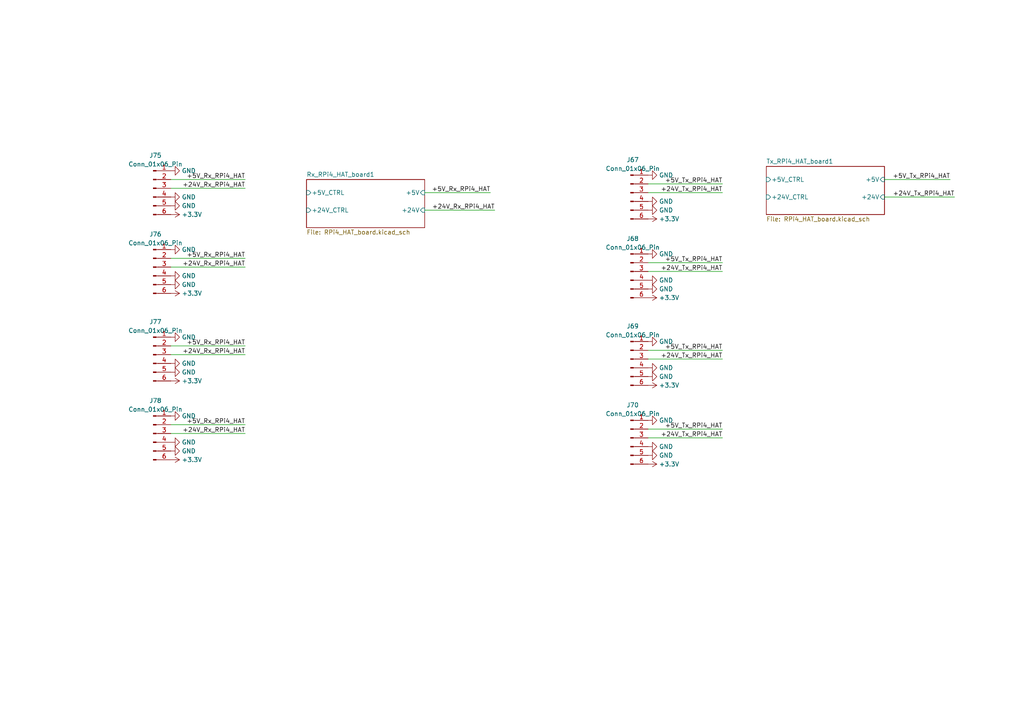
<source format=kicad_sch>
(kicad_sch (version 20231120) (generator "eeschema") (generator_version "8.0")
  (paper "A4")
  (lib_symbols
    (symbol "Connector:Conn_01x06_Pin" (pin_names (offset 1.016) hide)
      (property "Reference" "J" (at 0 7.62 0))
      (property "Value" "Conn_01x06_Pin" (at 0 -10.16 0))
      (symbol "Conn_01x06_Pin_1_1"
        (polyline (pts (xy 1.27 -7.62) (xy 0.8636 -7.62)) (stroke (width 0.1524)))
        (polyline (pts (xy 1.27 -5.08) (xy 0.8636 -5.08)) (stroke (width 0.1524)))
        (polyline (pts (xy 1.27 -2.54) (xy 0.8636 -2.54)) (stroke (width 0.1524)))
        (polyline (pts (xy 1.27 0) (xy 0.8636 0)) (stroke (width 0.1524)))
        (polyline (pts (xy 1.27 2.54) (xy 0.8636 2.54)) (stroke (width 0.1524)))
        (polyline (pts (xy 1.27 5.08) (xy 0.8636 5.08)) (stroke (width 0.1524)))
        (rectangle (start 0.8636 -7.493) (end 0 -7.747) (stroke (width 0.1524)) (fill (type outline)))
        (rectangle (start 0.8636 -4.953) (end 0 -5.207) (stroke (width 0.1524)) (fill (type outline)))
        (rectangle (start 0.8636 -2.413) (end 0 -2.667) (stroke (width 0.1524)) (fill (type outline)))
        (rectangle (start 0.8636 0.127) (end 0 -0.127) (stroke (width 0.1524)) (fill (type outline)))
        (rectangle (start 0.8636 2.667) (end 0 2.413) (stroke (width 0.1524)) (fill (type outline)))
        (rectangle (start 0.8636 5.207) (end 0 4.953) (stroke (width 0.1524)) (fill (type outline)))
        (pin passive line (at 5.08 5.08 180) (length 3.81) (name "Pin_1") (number "1"))
        (pin passive line (at 5.08 2.54 180) (length 3.81) (name "Pin_2") (number "2"))
        (pin passive line (at 5.08 0 180) (length 3.81) (name "Pin_3") (number "3"))
        (pin passive line (at 5.08 -2.54 180) (length 3.81) (name "Pin_4") (number "4"))
        (pin passive line (at 5.08 -5.08 180) (length 3.81) (name "Pin_5") (number "5"))
        (pin passive line (at 5.08 -7.62 180) (length 3.81) (name "Pin_6") (number "6"))
      )
    )
    (symbol "power:+3.3V" (power) (pin_names (offset 0))
      (property "Value" "+3.3V" (at 0 3.556 0))
      (symbol "+3.3V_0_1"
        (polyline (pts (xy -0.762 1.27) (xy 0 2.54)))
        (polyline (pts (xy 0 0) (xy 0 2.54)))
        (polyline (pts (xy 0 2.54) (xy 0.762 1.27)))
      )
      (symbol "+3.3V_1_1"
        (pin power_in line (at 0 0 90) (length 0) hide (name "+3.3V") (number "1"))
      )
    )
    (symbol "power:GND" (power) (pin_names (offset 0))
      (property "Value" "GND" (at 0 -3.81 0))
      (symbol "GND_0_1"
        (polyline (pts (xy 0 0) (xy 0 -1.27) (xy 1.27 -1.27) (xy 0 -2.54) (xy -1.27 -1.27) (xy 0 -1.27)))
      )
      (symbol "GND_1_1"
        (pin power_in line (at 0 0 270) (length 0) hide (name "GND") (number "1"))
      )
    )
  )
  (wire (pts (xy 49.53 102.87) (xy 71.12 102.87)))
  (wire (pts (xy 187.96 104.14) (xy 209.55 104.14)))
  (wire (pts (xy 187.96 78.74) (xy 209.55 78.74)))
  (wire (pts (xy 49.53 77.47) (xy 71.12 77.47)))
  (wire (pts (xy 187.96 124.46) (xy 209.55 124.46)))
  (wire (pts (xy 123.19 55.88) (xy 142.24 55.88)))
  (wire (pts (xy 187.96 101.6) (xy 209.55 101.6)))
  (wire (pts (xy 187.96 53.34) (xy 209.55 53.34)))
  (wire (pts (xy 256.54 57.15) (xy 276.86 57.15)))
  (wire (pts (xy 49.53 100.33) (xy 71.12 100.33)))
  (wire (pts (xy 123.19 60.96) (xy 143.51 60.96)))
  (wire (pts (xy 187.96 55.88) (xy 209.55 55.88)))
  (wire (pts (xy 49.53 125.73) (xy 71.12 125.73)))
  (wire (pts (xy 49.53 54.61) (xy 71.12 54.61)))
  (wire (pts (xy 256.54 52.07) (xy 275.59 52.07)))
  (wire (pts (xy 49.53 74.93) (xy 71.12 74.93)))
  (wire (pts (xy 187.96 76.2) (xy 209.55 76.2)))
  (wire (pts (xy 187.96 127) (xy 209.55 127)))
  (wire (pts (xy 49.53 123.19) (xy 71.12 123.19)))
  (wire (pts (xy 49.53 52.07) (xy 71.12 52.07)))
  (label "+24V_Tx_RPi4_HAT" (at 209.55 78.74 180))
  (label "+24V_Tx_RPi4_HAT" (at 276.86 57.15 180))
  (label "+5V_Rx_RPi4_HAT" (at 142.24 55.88 180))
  (label "+24V_Tx_RPi4_HAT" (at 209.55 55.88 180))
  (label "+5V_Tx_RPi4_HAT" (at 209.55 53.34 180))
  (label "+5V_Tx_RPi4_HAT" (at 209.55 124.46 180))
  (label "+24V_Rx_RPi4_HAT" (at 143.51 60.96 180))
  (label "+5V_Rx_RPi4_HAT" (at 71.12 74.93 180))
  (label "+5V_Tx_RPi4_HAT" (at 275.59 52.07 180))
  (label "+24V_Rx_RPi4_HAT" (at 71.12 125.73 180))
  (label "+24V_Rx_RPi4_HAT" (at 71.12 102.87 180))
  (label "+24V_Tx_RPi4_HAT" (at 209.55 127 180))
  (label "+24V_Rx_RPi4_HAT" (at 71.12 77.47 180))
  (label "+24V_Tx_RPi4_HAT" (at 209.55 104.14 180))
  (label "+5V_Rx_RPi4_HAT" (at 71.12 100.33 180))
  (label "+5V_Rx_RPi4_HAT" (at 71.12 123.19 180))
  (label "+5V_Tx_RPi4_HAT" (at 209.55 101.6 180))
  (label "+24V_Rx_RPi4_HAT" (at 71.12 54.61 180))
  (label "+5V_Tx_RPi4_HAT" (at 209.55 76.2 180))
  (label "+5V_Rx_RPi4_HAT" (at 71.12 52.07 180))
  (symbol (lib_id "power:GND") (at 49.53 130.81 90) (unit 1)
    (property "Reference" "#PWR0301" (effects (hide yes)))
    (property "Value" "GND" (at 52.705 130.81 90) (effects (justify right)))
  )
  (symbol (lib_id "power:+3.3V") (at 187.96 134.62 270) (unit 1)
    (property "Reference" "#PWR0268" (effects (hide yes)))
    (property "Value" "+3.3V" (at 191.135 134.62 90) (effects (justify left)))
  )
  (symbol (lib_id "Connector:Conn_01x06_Pin") (at 44.45 102.87 0) (unit 1)
    (property "Reference" "J77" (at 45.085 93.345 0))
    (property "Value" "Conn_01x06_Pin" (at 45.085 95.885 0))
    (property "Footprint" "Connector_PinHeader_2.54mm:PinHeader_1x06_P2.54mm_Vertical" (effects (hide yes)))
  )
  (symbol (lib_id "power:GND") (at 187.96 99.06 90) (unit 1)
    (property "Reference" "#PWR0261" (effects (hide yes)))
    (property "Value" "GND" (at 191.135 99.06 90) (effects (justify right)))
  )
  (symbol (lib_id "Connector:Conn_01x06_Pin") (at 182.88 104.14 0) (unit 1)
    (property "Reference" "J69" (at 183.515 94.615 0))
    (property "Value" "Conn_01x06_Pin" (at 183.515 97.155 0))
    (property "Footprint" "Connector_PinHeader_2.54mm:PinHeader_1x06_P2.54mm_Vertical" (effects (hide yes)))
  )
  (symbol (lib_id "power:GND") (at 49.53 107.95 90) (unit 1)
    (property "Reference" "#PWR0297" (effects (hide yes)))
    (property "Value" "GND" (at 52.705 107.95 90) (effects (justify right)))
  )
  (symbol (lib_id "power:GND") (at 49.53 72.39 90) (unit 1)
    (property "Reference" "#PWR0152" (effects (hide yes)))
    (property "Value" "GND" (at 52.705 72.39 90) (effects (justify right)))
  )
  (symbol (lib_id "power:GND") (at 187.96 121.92 90) (unit 1)
    (property "Reference" "#PWR0265" (effects (hide yes)))
    (property "Value" "GND" (at 191.135 121.92 90) (effects (justify right)))
  )
  (symbol (lib_id "power:GND") (at 49.53 120.65 90) (unit 1)
    (property "Reference" "#PWR0299" (effects (hide yes)))
    (property "Value" "GND" (at 52.705 120.65 90) (effects (justify right)))
  )
  (symbol (lib_id "power:GND") (at 187.96 106.68 90) (unit 1)
    (property "Reference" "#PWR0262" (effects (hide yes)))
    (property "Value" "GND" (at 191.135 106.68 90) (effects (justify right)))
  )
  (symbol (lib_id "Connector:Conn_01x06_Pin") (at 44.45 54.61 0) (unit 1)
    (property "Reference" "J75" (at 45.085 45.085 0))
    (property "Value" "Conn_01x06_Pin" (at 45.085 47.625 0))
    (property "Footprint" "Connector_PinHeader_2.54mm:PinHeader_1x06_P2.54mm_Vertical" (effects (hide yes)))
  )
  (symbol (lib_id "power:+3.3V") (at 187.96 86.36 270) (unit 1)
    (property "Reference" "#PWR0260" (effects (hide yes)))
    (property "Value" "+3.3V" (at 191.135 86.36 90) (effects (justify left)))
  )
  (symbol (lib_id "power:GND") (at 187.96 50.8 90) (unit 1)
    (property "Reference" "#PWR0253" (effects (hide yes)))
    (property "Value" "GND" (at 191.135 50.8 90) (effects (justify right)))
  )
  (symbol (lib_id "power:+3.3V") (at 49.53 85.09 270) (unit 1)
    (property "Reference" "#PWR0294" (effects (hide yes)))
    (property "Value" "+3.3V" (at 52.705 85.09 90) (effects (justify left)))
  )
  (symbol (lib_id "Connector:Conn_01x06_Pin") (at 182.88 127 0) (unit 1)
    (property "Reference" "J70" (at 183.515 117.475 0))
    (property "Value" "Conn_01x06_Pin" (at 183.515 120.015 0))
    (property "Footprint" "Connector_PinHeader_2.54mm:PinHeader_1x06_P2.54mm_Vertical" (effects (hide yes)))
  )
  (symbol (lib_id "power:GND") (at 187.96 129.54 90) (unit 1)
    (property "Reference" "#PWR0266" (effects (hide yes)))
    (property "Value" "GND" (at 191.135 129.54 90) (effects (justify right)))
  )
  (symbol (lib_id "Connector:Conn_01x06_Pin") (at 182.88 78.74 0) (unit 1)
    (property "Reference" "J68" (at 183.515 69.215 0))
    (property "Value" "Conn_01x06_Pin" (at 183.515 71.755 0))
    (property "Footprint" "Connector_PinHeader_2.54mm:PinHeader_1x06_P2.54mm_Vertical" (effects (hide yes)))
  )
  (symbol (lib_id "power:+3.3V") (at 49.53 133.35 270) (unit 1)
    (property "Reference" "#PWR0302" (effects (hide yes)))
    (property "Value" "+3.3V" (at 52.705 133.35 90) (effects (justify left)))
  )
  (symbol (lib_id "power:+3.3V") (at 49.53 62.23 270) (unit 1)
    (property "Reference" "#PWR0148" (effects (hide yes)))
    (property "Value" "+3.3V" (at 52.705 62.23 90) (effects (justify left)))
  )
  (symbol (lib_id "power:+3.3V") (at 187.96 111.76 270) (unit 1)
    (property "Reference" "#PWR0264" (effects (hide yes)))
    (property "Value" "+3.3V" (at 191.135 111.76 90) (effects (justify left)))
  )
  (symbol (lib_id "power:GND") (at 49.53 59.69 90) (unit 1)
    (property "Reference" "#PWR0142" (effects (hide yes)))
    (property "Value" "GND" (at 52.705 59.69 90) (effects (justify right)))
  )
  (symbol (lib_id "power:GND") (at 187.96 73.66 90) (unit 1)
    (property "Reference" "#PWR0257" (effects (hide yes)))
    (property "Value" "GND" (at 191.135 73.66 90) (effects (justify right)))
  )
  (symbol (lib_id "power:GND") (at 187.96 132.08 90) (unit 1)
    (property "Reference" "#PWR0267" (effects (hide yes)))
    (property "Value" "GND" (at 191.135 132.08 90) (effects (justify right)))
  )
  (symbol (lib_id "Connector:Conn_01x06_Pin") (at 182.88 55.88 0) (unit 1)
    (property "Reference" "J67" (at 183.515 46.355 0))
    (property "Value" "Conn_01x06_Pin" (at 183.515 48.895 0))
    (property "Footprint" "Connector_PinHeader_2.54mm:PinHeader_1x06_P2.54mm_Vertical" (effects (hide yes)))
  )
  (symbol (lib_id "power:GND") (at 49.53 49.53 90) (unit 1)
    (property "Reference" "#PWR063" (effects (hide yes)))
    (property "Value" "GND" (at 52.705 49.53 90) (effects (justify right)))
  )
  (symbol (lib_id "power:GND") (at 49.53 128.27 90) (unit 1)
    (property "Reference" "#PWR0300" (effects (hide yes)))
    (property "Value" "GND" (at 52.705 128.27 90) (effects (justify right)))
  )
  (symbol (lib_id "power:GND") (at 187.96 109.22 90) (unit 1)
    (property "Reference" "#PWR0263" (effects (hide yes)))
    (property "Value" "GND" (at 191.135 109.22 90) (effects (justify right)))
  )
  (symbol (lib_id "power:+3.3V") (at 49.53 110.49 270) (unit 1)
    (property "Reference" "#PWR0298" (effects (hide yes)))
    (property "Value" "+3.3V" (at 52.705 110.49 90) (effects (justify left)))
  )
  (symbol (lib_id "power:GND") (at 49.53 80.01 90) (unit 1)
    (property "Reference" "#PWR0153" (effects (hide yes)))
    (property "Value" "GND" (at 52.705 80.01 90) (effects (justify right)))
  )
  (symbol (lib_id "power:+3.3V") (at 187.96 63.5 270) (unit 1)
    (property "Reference" "#PWR0256" (effects (hide yes)))
    (property "Value" "+3.3V" (at 191.135 63.5 90) (effects (justify left)))
  )
  (symbol (lib_id "Connector:Conn_01x06_Pin") (at 44.45 77.47 0) (unit 1)
    (property "Reference" "J76" (at 45.085 67.945 0))
    (property "Value" "Conn_01x06_Pin" (at 45.085 70.485 0))
    (property "Footprint" "Connector_PinHeader_2.54mm:PinHeader_1x06_P2.54mm_Vertical" (effects (hide yes)))
  )
  (symbol (lib_id "power:GND") (at 49.53 97.79 90) (unit 1)
    (property "Reference" "#PWR0295" (effects (hide yes)))
    (property "Value" "GND" (at 52.705 97.79 90) (effects (justify right)))
  )
  (symbol (lib_id "power:GND") (at 49.53 82.55 90) (unit 1)
    (property "Reference" "#PWR0293" (effects (hide yes)))
    (property "Value" "GND" (at 52.705 82.55 90) (effects (justify right)))
  )
  (symbol (lib_id "power:GND") (at 49.53 105.41 90) (unit 1)
    (property "Reference" "#PWR0296" (effects (hide yes)))
    (property "Value" "GND" (at 52.705 105.41 90) (effects (justify right)))
  )
  (symbol (lib_id "Connector:Conn_01x06_Pin") (at 44.45 125.73 0) (unit 1)
    (property "Reference" "J78" (at 45.085 116.205 0))
    (property "Value" "Conn_01x06_Pin" (at 45.085 118.745 0))
    (property "Footprint" "Connector_PinHeader_2.54mm:PinHeader_1x06_P2.54mm_Vertical" (effects (hide yes)))
  )
  (symbol (lib_id "power:GND") (at 49.53 57.15 90) (unit 1)
    (property "Reference" "#PWR0141" (effects (hide yes)))
    (property "Value" "GND" (at 52.705 57.15 90) (effects (justify right)))
  )
  (symbol (lib_id "power:GND") (at 187.96 58.42 90) (unit 1)
    (property "Reference" "#PWR0254" (effects (hide yes)))
    (property "Value" "GND" (at 191.135 58.42 90) (effects (justify right)))
  )
  (symbol (lib_id "power:GND") (at 187.96 60.96 90) (unit 1)
    (property "Reference" "#PWR0255" (effects (hide yes)))
    (property "Value" "GND" (at 191.135 60.96 90) (effects (justify right)))
  )
  (symbol (lib_id "power:GND") (at 187.96 83.82 90) (unit 1)
    (property "Reference" "#PWR0259" (effects (hide yes)))
    (property "Value" "GND" (at 191.135 83.82 90) (effects (justify right)))
  )
  (symbol (lib_id "power:GND") (at 187.96 81.28 90) (unit 1)
    (property "Reference" "#PWR0258" (effects (hide yes)))
    (property "Value" "GND" (at 191.135 81.28 90) (effects (justify right)))
  )
  (sheet (at 88.9 52.07) (size 34.29 13.97) (stroke (width 0.1524))
    (property "Sheetname" "Rx_RPi4_HAT_board1" (at 88.9 51.3584 0) (effects (justify left bottom)))
    (property "Sheetfile" "RPi4_HAT_board.kicad_sch" (at 88.9 66.6246 0) (effects (justify left top)))
    (pin "+5V" input (at 123.19 55.88 0))
    (pin "+24V" input (at 123.19 60.96 0))
    (pin "+5V_CTRL" input (at 88.9 55.88 180))
    (pin "+24V_CTRL" input (at 88.9 60.96 180))
  )
  (sheet (at 222.25 48.26) (size 34.29 13.97) (stroke (width 0.1524))
    (property "Sheetname" "Tx_RPi4_HAT_board1" (at 222.25 47.5484 0) (effects (justify left bottom)))
    (property "Sheetfile" "RPi4_HAT_board.kicad_sch" (at 222.25 62.8146 0) (effects (justify left top)))
    (pin "+5V" input (at 256.54 52.07 0))
    (pin "+24V" input (at 256.54 57.15 0))
    (pin "+5V_CTRL" input (at 222.25 52.07 180))
    (pin "+24V_CTRL" input (at 222.25 57.15 180))
  )
)
</source>
